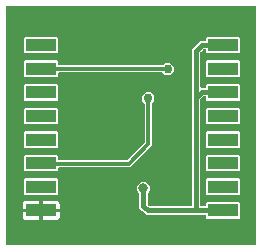
<source format=gbr>
G04 EAGLE Gerber RS-274X export*
G75*
%MOMM*%
%FSLAX34Y34*%
%LPD*%
%INBottom Copper*%
%IPPOS*%
%AMOC8*
5,1,8,0,0,1.08239X$1,22.5*%
G01*
%ADD10R,2.600000X1.100000*%
%ADD11C,0.756400*%
%ADD12C,0.152400*%
%ADD13C,0.406400*%
%ADD14C,0.806400*%
%ADD15C,0.304800*%

G36*
X200020Y-10758D02*
X200020Y-10758D01*
X200039Y-10760D01*
X200141Y-10738D01*
X200243Y-10722D01*
X200260Y-10712D01*
X200280Y-10708D01*
X200369Y-10655D01*
X200460Y-10606D01*
X200474Y-10592D01*
X200491Y-10582D01*
X200558Y-10503D01*
X200630Y-10428D01*
X200638Y-10410D01*
X200651Y-10395D01*
X200690Y-10299D01*
X200733Y-10205D01*
X200735Y-10185D01*
X200743Y-10167D01*
X200761Y-10000D01*
X200761Y191166D01*
X200758Y191186D01*
X200760Y191206D01*
X200738Y191307D01*
X200722Y191409D01*
X200712Y191426D01*
X200708Y191446D01*
X200655Y191535D01*
X200606Y191626D01*
X200592Y191640D01*
X200582Y191657D01*
X200503Y191724D01*
X200428Y191796D01*
X200410Y191804D01*
X200395Y191817D01*
X200299Y191856D01*
X200205Y191899D01*
X200185Y191901D01*
X200167Y191909D01*
X200000Y191927D01*
X-10000Y191927D01*
X-10020Y191924D01*
X-10039Y191926D01*
X-10141Y191904D01*
X-10243Y191888D01*
X-10260Y191878D01*
X-10280Y191874D01*
X-10369Y191821D01*
X-10460Y191773D01*
X-10474Y191758D01*
X-10491Y191748D01*
X-10558Y191669D01*
X-10630Y191594D01*
X-10638Y191576D01*
X-10651Y191561D01*
X-10690Y191465D01*
X-10733Y191371D01*
X-10735Y191351D01*
X-10743Y191333D01*
X-10761Y191166D01*
X-10761Y-10000D01*
X-10758Y-10020D01*
X-10760Y-10039D01*
X-10738Y-10141D01*
X-10722Y-10243D01*
X-10712Y-10260D01*
X-10708Y-10280D01*
X-10655Y-10369D01*
X-10606Y-10460D01*
X-10592Y-10474D01*
X-10582Y-10491D01*
X-10503Y-10558D01*
X-10428Y-10630D01*
X-10410Y-10638D01*
X-10395Y-10651D01*
X-10299Y-10690D01*
X-10205Y-10733D01*
X-10185Y-10735D01*
X-10167Y-10743D01*
X-10000Y-10761D01*
X200000Y-10761D01*
X200020Y-10758D01*
G37*
%LPC*%
G36*
X159174Y11523D02*
X159174Y11523D01*
X158281Y12416D01*
X158281Y14230D01*
X158278Y14249D01*
X158280Y14269D01*
X158258Y14370D01*
X158241Y14473D01*
X158232Y14490D01*
X158228Y14510D01*
X158175Y14599D01*
X158126Y14690D01*
X158112Y14704D01*
X158102Y14721D01*
X158023Y14788D01*
X157948Y14859D01*
X157930Y14868D01*
X157915Y14881D01*
X157819Y14919D01*
X157725Y14963D01*
X157705Y14965D01*
X157687Y14973D01*
X157520Y14991D01*
X149808Y14991D01*
X149805Y14992D01*
X149772Y14991D01*
X149700Y14999D01*
X108893Y14999D01*
X108888Y14998D01*
X108882Y14999D01*
X107410Y14978D01*
X106368Y16019D01*
X106365Y16022D01*
X106360Y16027D01*
X104060Y18261D01*
X103989Y18310D01*
X103924Y18366D01*
X103914Y18370D01*
X102788Y19496D01*
X102784Y19499D01*
X102780Y19504D01*
X101724Y20529D01*
X101724Y22002D01*
X101723Y22006D01*
X101724Y22013D01*
X101701Y23605D01*
X101706Y23618D01*
X101711Y23667D01*
X101718Y23692D01*
X101717Y23722D01*
X101724Y23785D01*
X101724Y32663D01*
X101709Y32754D01*
X101702Y32844D01*
X101690Y32874D01*
X101684Y32906D01*
X101642Y32987D01*
X101606Y33071D01*
X101580Y33103D01*
X101569Y33124D01*
X101546Y33146D01*
X101501Y33202D01*
X100570Y34133D01*
X99724Y36175D01*
X99724Y38386D01*
X100570Y40428D01*
X102133Y41991D01*
X104176Y42837D01*
X106386Y42837D01*
X108429Y41991D01*
X109992Y40428D01*
X110838Y38386D01*
X110838Y36175D01*
X109992Y34133D01*
X109061Y33202D01*
X109007Y33128D01*
X108948Y33058D01*
X108936Y33028D01*
X108917Y33002D01*
X108890Y32915D01*
X108856Y32830D01*
X108852Y32789D01*
X108845Y32767D01*
X108846Y32735D01*
X108838Y32663D01*
X108838Y23859D01*
X108853Y23763D01*
X108862Y23667D01*
X108873Y23642D01*
X108877Y23616D01*
X108923Y23531D01*
X108962Y23442D01*
X108983Y23416D01*
X108992Y23399D01*
X109016Y23376D01*
X109069Y23313D01*
X110083Y22328D01*
X110153Y22279D01*
X110218Y22223D01*
X110253Y22209D01*
X110285Y22187D01*
X110367Y22163D01*
X110446Y22131D01*
X110495Y22126D01*
X110521Y22118D01*
X110551Y22120D01*
X110613Y22113D01*
X145713Y22113D01*
X145733Y22116D01*
X145752Y22114D01*
X145854Y22136D01*
X145956Y22152D01*
X145973Y22162D01*
X145993Y22166D01*
X146082Y22219D01*
X146173Y22268D01*
X146187Y22282D01*
X146204Y22292D01*
X146271Y22371D01*
X146342Y22446D01*
X146351Y22464D01*
X146364Y22479D01*
X146402Y22575D01*
X146446Y22669D01*
X146448Y22689D01*
X146456Y22707D01*
X146474Y22874D01*
X146474Y103181D01*
X146459Y103271D01*
X146452Y103362D01*
X146443Y103383D01*
X146443Y155379D01*
X153117Y162053D01*
X157520Y162053D01*
X157540Y162056D01*
X157559Y162054D01*
X157661Y162076D01*
X157763Y162092D01*
X157780Y162102D01*
X157800Y162106D01*
X157889Y162159D01*
X157980Y162208D01*
X157994Y162222D01*
X158011Y162232D01*
X158078Y162311D01*
X158149Y162386D01*
X158158Y162404D01*
X158171Y162419D01*
X158209Y162515D01*
X158253Y162609D01*
X158255Y162629D01*
X158263Y162647D01*
X158281Y162814D01*
X158281Y164679D01*
X159174Y165572D01*
X186437Y165572D01*
X187331Y164679D01*
X187331Y152416D01*
X186437Y151523D01*
X159174Y151523D01*
X158281Y152416D01*
X158281Y154178D01*
X158278Y154198D01*
X158280Y154217D01*
X158258Y154319D01*
X158241Y154421D01*
X158232Y154438D01*
X158228Y154458D01*
X158175Y154547D01*
X158126Y154638D01*
X158112Y154652D01*
X158102Y154669D01*
X158023Y154736D01*
X157948Y154808D01*
X157930Y154816D01*
X157915Y154829D01*
X157819Y154868D01*
X157725Y154911D01*
X157705Y154913D01*
X157687Y154921D01*
X157520Y154939D01*
X156379Y154939D01*
X156289Y154925D01*
X156198Y154917D01*
X156168Y154905D01*
X156136Y154900D01*
X156056Y154857D01*
X155972Y154821D01*
X155940Y154795D01*
X155919Y154784D01*
X155897Y154761D01*
X155841Y154716D01*
X153780Y152655D01*
X153733Y152591D01*
X153718Y152574D01*
X153714Y152567D01*
X153667Y152512D01*
X153655Y152482D01*
X153636Y152456D01*
X153609Y152369D01*
X153575Y152284D01*
X153571Y152243D01*
X153564Y152221D01*
X153565Y152188D01*
X153557Y152117D01*
X153557Y123190D01*
X153558Y123182D01*
X153558Y123179D01*
X153560Y123170D01*
X153558Y123151D01*
X153580Y123049D01*
X153596Y122947D01*
X153606Y122930D01*
X153610Y122910D01*
X153663Y122821D01*
X153712Y122730D01*
X153726Y122716D01*
X153736Y122699D01*
X153815Y122632D01*
X153890Y122560D01*
X153908Y122552D01*
X153923Y122539D01*
X154019Y122500D01*
X154113Y122457D01*
X154133Y122455D01*
X154151Y122447D01*
X154318Y122429D01*
X157520Y122429D01*
X157540Y122432D01*
X157559Y122430D01*
X157661Y122452D01*
X157763Y122468D01*
X157780Y122478D01*
X157800Y122482D01*
X157889Y122535D01*
X157980Y122584D01*
X157994Y122598D01*
X158011Y122608D01*
X158078Y122687D01*
X158149Y122762D01*
X158158Y122780D01*
X158171Y122795D01*
X158209Y122891D01*
X158253Y122985D01*
X158255Y123005D01*
X158263Y123023D01*
X158281Y123190D01*
X158281Y124679D01*
X159174Y125572D01*
X186437Y125572D01*
X187331Y124679D01*
X187331Y112416D01*
X186437Y111523D01*
X159174Y111523D01*
X158281Y112416D01*
X158281Y114554D01*
X158278Y114574D01*
X158280Y114593D01*
X158258Y114695D01*
X158241Y114797D01*
X158232Y114814D01*
X158228Y114834D01*
X158175Y114923D01*
X158126Y115014D01*
X158112Y115028D01*
X158102Y115045D01*
X158023Y115112D01*
X157948Y115184D01*
X157930Y115192D01*
X157915Y115205D01*
X157819Y115244D01*
X157725Y115287D01*
X157705Y115289D01*
X157687Y115297D01*
X157520Y115315D01*
X156676Y115315D01*
X156586Y115301D01*
X156495Y115293D01*
X156465Y115281D01*
X156433Y115276D01*
X156352Y115233D01*
X156268Y115197D01*
X156236Y115171D01*
X156216Y115160D01*
X156193Y115137D01*
X156138Y115092D01*
X153780Y112734D01*
X153727Y112661D01*
X153667Y112591D01*
X153655Y112561D01*
X153636Y112535D01*
X153609Y112448D01*
X153575Y112363D01*
X153571Y112322D01*
X153564Y112300D01*
X153565Y112267D01*
X153557Y112196D01*
X153557Y106789D01*
X153571Y106698D01*
X153579Y106608D01*
X153588Y106586D01*
X153588Y22874D01*
X153591Y22854D01*
X153589Y22834D01*
X153611Y22733D01*
X153627Y22631D01*
X153637Y22614D01*
X153641Y22594D01*
X153694Y22505D01*
X153742Y22414D01*
X153757Y22400D01*
X153767Y22383D01*
X153846Y22316D01*
X153921Y22244D01*
X153939Y22236D01*
X153954Y22223D01*
X154050Y22184D01*
X154144Y22141D01*
X154164Y22139D01*
X154182Y22131D01*
X154349Y22113D01*
X157520Y22113D01*
X157540Y22116D01*
X157559Y22114D01*
X157661Y22136D01*
X157763Y22152D01*
X157780Y22162D01*
X157800Y22166D01*
X157889Y22219D01*
X157980Y22268D01*
X157994Y22282D01*
X158011Y22292D01*
X158078Y22371D01*
X158149Y22446D01*
X158158Y22464D01*
X158171Y22479D01*
X158209Y22575D01*
X158253Y22669D01*
X158255Y22689D01*
X158263Y22707D01*
X158281Y22874D01*
X158281Y24679D01*
X159174Y25572D01*
X186437Y25572D01*
X187331Y24679D01*
X187331Y12416D01*
X186437Y11523D01*
X159174Y11523D01*
G37*
%LPD*%
%LPC*%
G36*
X5174Y51523D02*
X5174Y51523D01*
X4281Y52416D01*
X4281Y64679D01*
X5174Y65572D01*
X32437Y65572D01*
X33331Y64679D01*
X33331Y61722D01*
X33334Y61702D01*
X33332Y61683D01*
X33354Y61581D01*
X33370Y61479D01*
X33380Y61462D01*
X33384Y61442D01*
X33437Y61353D01*
X33485Y61262D01*
X33500Y61248D01*
X33510Y61231D01*
X33589Y61164D01*
X33664Y61092D01*
X33682Y61084D01*
X33697Y61071D01*
X33793Y61032D01*
X33887Y60989D01*
X33907Y60987D01*
X33925Y60979D01*
X34092Y60961D01*
X91334Y60961D01*
X91424Y60975D01*
X91515Y60983D01*
X91545Y60995D01*
X91577Y61000D01*
X91657Y61043D01*
X91741Y61079D01*
X91773Y61105D01*
X91794Y61116D01*
X91816Y61139D01*
X91872Y61184D01*
X106080Y75392D01*
X106133Y75466D01*
X106193Y75535D01*
X106205Y75565D01*
X106224Y75591D01*
X106250Y75678D01*
X106285Y75763D01*
X106289Y75804D01*
X106296Y75827D01*
X106295Y75859D01*
X106303Y75930D01*
X106303Y108683D01*
X106288Y108773D01*
X106281Y108864D01*
X106269Y108894D01*
X106263Y108926D01*
X106221Y109007D01*
X106185Y109090D01*
X106159Y109123D01*
X106148Y109143D01*
X106125Y109165D01*
X106080Y109221D01*
X104045Y111256D01*
X104045Y115653D01*
X107154Y118761D01*
X111550Y118761D01*
X114659Y115653D01*
X114659Y111256D01*
X112624Y109221D01*
X112570Y109147D01*
X112511Y109078D01*
X112499Y109048D01*
X112480Y109022D01*
X112453Y108935D01*
X112419Y108850D01*
X112414Y108809D01*
X112408Y108787D01*
X112408Y108754D01*
X112401Y108683D01*
X112401Y73089D01*
X94175Y54863D01*
X34092Y54863D01*
X34072Y54860D01*
X34052Y54862D01*
X33951Y54840D01*
X33849Y54824D01*
X33832Y54814D01*
X33812Y54810D01*
X33723Y54757D01*
X33632Y54708D01*
X33618Y54694D01*
X33601Y54684D01*
X33534Y54605D01*
X33462Y54530D01*
X33454Y54512D01*
X33441Y54497D01*
X33402Y54401D01*
X33359Y54307D01*
X33357Y54287D01*
X33349Y54269D01*
X33331Y54102D01*
X33331Y52416D01*
X32437Y51523D01*
X5174Y51523D01*
G37*
%LPD*%
%LPC*%
G36*
X5174Y131523D02*
X5174Y131523D01*
X4281Y132416D01*
X4281Y144679D01*
X5174Y145572D01*
X32437Y145572D01*
X33331Y144679D01*
X33331Y142354D01*
X33334Y142335D01*
X33332Y142315D01*
X33354Y142214D01*
X33370Y142112D01*
X33380Y142094D01*
X33384Y142075D01*
X33437Y141986D01*
X33485Y141894D01*
X33500Y141881D01*
X33510Y141863D01*
X33589Y141796D01*
X33664Y141725D01*
X33682Y141716D01*
X33697Y141704D01*
X33793Y141665D01*
X33887Y141621D01*
X33907Y141619D01*
X33925Y141612D01*
X34092Y141593D01*
X121498Y141578D01*
X121589Y141592D01*
X121680Y141599D01*
X121709Y141612D01*
X121741Y141617D01*
X121822Y141660D01*
X121906Y141696D01*
X121938Y141721D01*
X121959Y141732D01*
X121981Y141756D01*
X122037Y141801D01*
X123700Y143464D01*
X128096Y143464D01*
X131205Y140355D01*
X131205Y135959D01*
X128096Y132850D01*
X123700Y132850D01*
X121292Y135257D01*
X121218Y135311D01*
X121149Y135370D01*
X121119Y135382D01*
X121093Y135401D01*
X121006Y135428D01*
X120921Y135462D01*
X120880Y135466D01*
X120858Y135473D01*
X120825Y135472D01*
X120754Y135480D01*
X34092Y135496D01*
X34072Y135492D01*
X34052Y135495D01*
X33951Y135473D01*
X33849Y135456D01*
X33832Y135447D01*
X33812Y135442D01*
X33723Y135389D01*
X33632Y135341D01*
X33618Y135326D01*
X33601Y135316D01*
X33534Y135238D01*
X33462Y135163D01*
X33454Y135144D01*
X33441Y135129D01*
X33402Y135033D01*
X33359Y134939D01*
X33357Y134920D01*
X33349Y134901D01*
X33331Y134734D01*
X33331Y132416D01*
X32437Y131523D01*
X5174Y131523D01*
G37*
%LPD*%
%LPC*%
G36*
X5174Y151523D02*
X5174Y151523D01*
X4281Y152416D01*
X4281Y164679D01*
X5174Y165572D01*
X32437Y165572D01*
X33331Y164679D01*
X33331Y152416D01*
X32437Y151523D01*
X5174Y151523D01*
G37*
%LPD*%
%LPC*%
G36*
X159174Y131523D02*
X159174Y131523D01*
X158281Y132416D01*
X158281Y144679D01*
X159174Y145572D01*
X186437Y145572D01*
X187331Y144679D01*
X187331Y132416D01*
X186437Y131523D01*
X159174Y131523D01*
G37*
%LPD*%
%LPC*%
G36*
X5174Y111523D02*
X5174Y111523D01*
X4281Y112416D01*
X4281Y124679D01*
X5174Y125572D01*
X32437Y125572D01*
X33331Y124679D01*
X33331Y112416D01*
X32437Y111523D01*
X5174Y111523D01*
G37*
%LPD*%
%LPC*%
G36*
X159174Y91523D02*
X159174Y91523D01*
X158281Y92416D01*
X158281Y104679D01*
X159174Y105572D01*
X186437Y105572D01*
X187331Y104679D01*
X187331Y92416D01*
X186437Y91523D01*
X159174Y91523D01*
G37*
%LPD*%
%LPC*%
G36*
X5174Y91523D02*
X5174Y91523D01*
X4281Y92416D01*
X4281Y104679D01*
X5174Y105572D01*
X32437Y105572D01*
X33331Y104679D01*
X33331Y92416D01*
X32437Y91523D01*
X5174Y91523D01*
G37*
%LPD*%
%LPC*%
G36*
X159174Y71523D02*
X159174Y71523D01*
X158281Y72416D01*
X158281Y84679D01*
X159174Y85572D01*
X186437Y85572D01*
X187331Y84679D01*
X187331Y72416D01*
X186437Y71523D01*
X159174Y71523D01*
G37*
%LPD*%
%LPC*%
G36*
X5174Y71523D02*
X5174Y71523D01*
X4281Y72416D01*
X4281Y84679D01*
X5174Y85572D01*
X32437Y85572D01*
X33331Y84679D01*
X33331Y72416D01*
X32437Y71523D01*
X5174Y71523D01*
G37*
%LPD*%
%LPC*%
G36*
X159174Y51523D02*
X159174Y51523D01*
X158281Y52416D01*
X158281Y64679D01*
X159174Y65572D01*
X186437Y65572D01*
X187331Y64679D01*
X187331Y52416D01*
X186437Y51523D01*
X159174Y51523D01*
G37*
%LPD*%
%LPC*%
G36*
X159174Y31523D02*
X159174Y31523D01*
X158281Y32416D01*
X158281Y44679D01*
X159174Y45572D01*
X186437Y45572D01*
X187331Y44679D01*
X187331Y32416D01*
X186437Y31523D01*
X159174Y31523D01*
G37*
%LPD*%
%LPC*%
G36*
X5174Y31523D02*
X5174Y31523D01*
X4281Y32416D01*
X4281Y44679D01*
X5174Y45572D01*
X32437Y45572D01*
X33331Y44679D01*
X33331Y32416D01*
X32437Y31523D01*
X5174Y31523D01*
G37*
%LPD*%
%LPC*%
G36*
X20329Y20071D02*
X20329Y20071D01*
X20329Y26588D01*
X32140Y26588D01*
X32787Y26415D01*
X33366Y26081D01*
X33839Y25608D01*
X34173Y25028D01*
X34347Y24382D01*
X34347Y20071D01*
X20329Y20071D01*
G37*
%LPD*%
%LPC*%
G36*
X3265Y20071D02*
X3265Y20071D01*
X3265Y24382D01*
X3438Y25028D01*
X3773Y25608D01*
X4246Y26081D01*
X4825Y26415D01*
X5471Y26588D01*
X17283Y26588D01*
X17283Y20071D01*
X3265Y20071D01*
G37*
%LPD*%
%LPC*%
G36*
X20329Y10507D02*
X20329Y10507D01*
X20329Y17025D01*
X34347Y17025D01*
X34347Y12713D01*
X34173Y12067D01*
X33839Y11488D01*
X33366Y11015D01*
X32787Y10680D01*
X32140Y10507D01*
X20329Y10507D01*
G37*
%LPD*%
%LPC*%
G36*
X5471Y10507D02*
X5471Y10507D01*
X4825Y10680D01*
X4246Y11015D01*
X3773Y11488D01*
X3438Y12067D01*
X3265Y12713D01*
X3265Y17025D01*
X17283Y17025D01*
X17283Y10507D01*
X5471Y10507D01*
G37*
%LPD*%
%LPC*%
G36*
X18805Y18547D02*
X18805Y18547D01*
X18805Y18549D01*
X18807Y18549D01*
X18807Y18547D01*
X18805Y18547D01*
G37*
%LPD*%
D10*
X172806Y158548D03*
X172806Y138548D03*
X172806Y118548D03*
X172806Y98548D03*
X172806Y78548D03*
X172806Y58548D03*
X172806Y38548D03*
X172806Y18548D03*
X18806Y18548D03*
X18806Y38548D03*
X18806Y58548D03*
X18806Y78548D03*
X18806Y98548D03*
X18806Y118548D03*
X18806Y138548D03*
X18806Y158548D03*
D11*
X71112Y38145D03*
X93513Y148223D03*
X132580Y75717D03*
X57976Y105616D03*
X37073Y150566D03*
X46500Y11000D03*
D12*
X172212Y19812D02*
X172806Y18548D01*
X172806Y118548D02*
X172212Y118872D01*
X172212Y158496D02*
X172806Y158548D01*
D13*
X150031Y20014D02*
X151497Y18548D01*
X172806Y18548D01*
X150031Y20014D02*
X150031Y104969D01*
X150000Y105000D01*
X150000Y113985D01*
X154887Y118872D02*
X172212Y118872D01*
X154887Y118872D02*
X150000Y113985D01*
X150000Y153906D01*
X154590Y158496D02*
X172212Y158496D01*
X154590Y158496D02*
X150000Y153906D01*
D14*
X105281Y37280D03*
D13*
X105281Y22033D01*
X108862Y18556D01*
X170215Y18556D01*
D15*
X172806Y18548D01*
D12*
X19812Y57912D02*
X18806Y58548D01*
D11*
X109352Y113455D03*
D15*
X109352Y74352D01*
X92912Y57912D02*
X19812Y57912D01*
X92912Y57912D02*
X109352Y74352D01*
X18807Y138547D02*
X18806Y138548D01*
X18807Y138547D02*
X125696Y138528D01*
X126269Y138528D01*
X125898Y138157D01*
D11*
X125898Y138157D03*
X172823Y38648D03*
X172823Y58615D03*
M02*

</source>
